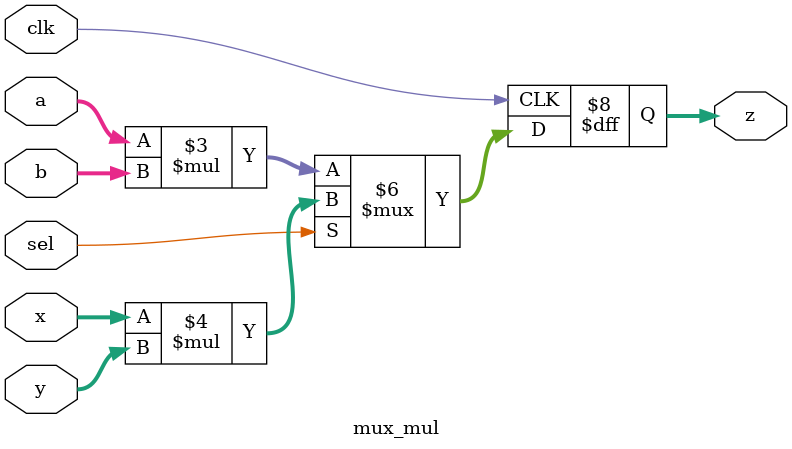
<source format=v>
module mux_mul(clk,a, b, x, y, sel, z);
	input clk;
	input [7:0] a,b,x,y;
	input sel;
	output reg [15:0] z;

	always @(posedge clk) begin
		if (sel == 1'b0)
			z = a*b;
		else
			z = x*y;
	end

endmodule


</source>
